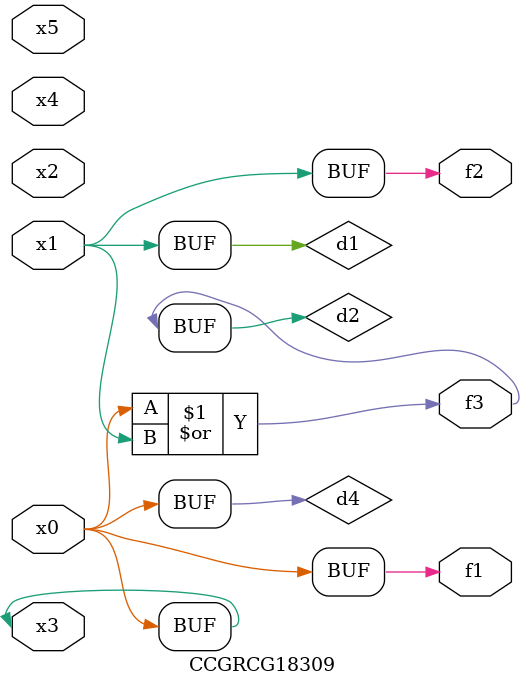
<source format=v>
module CCGRCG18309(
	input x0, x1, x2, x3, x4, x5,
	output f1, f2, f3
);

	wire d1, d2, d3, d4;

	and (d1, x1);
	or (d2, x0, x1);
	nand (d3, x0, x5);
	buf (d4, x0, x3);
	assign f1 = d4;
	assign f2 = d1;
	assign f3 = d2;
endmodule

</source>
